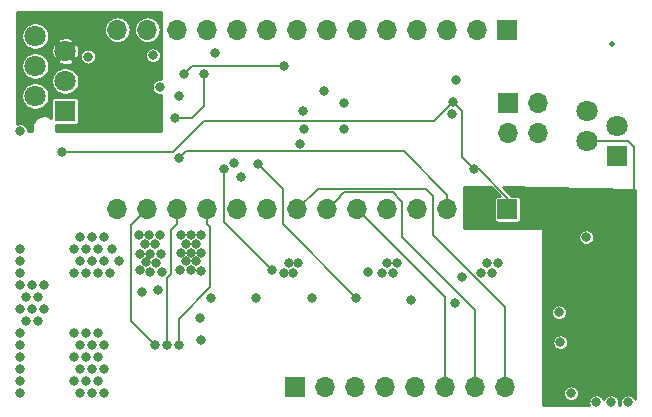
<source format=gbr>
G04 #@! TF.GenerationSoftware,KiCad,Pcbnew,5.1.2-f72e74a~84~ubuntu18.04.1*
G04 #@! TF.CreationDate,2019-09-23T02:40:17+02:00*
G04 #@! TF.ProjectId,board,626f6172-642e-46b6-9963-61645f706362,rev?*
G04 #@! TF.SameCoordinates,Original*
G04 #@! TF.FileFunction,Copper,L3,Inr*
G04 #@! TF.FilePolarity,Positive*
%FSLAX46Y46*%
G04 Gerber Fmt 4.6, Leading zero omitted, Abs format (unit mm)*
G04 Created by KiCad (PCBNEW 5.1.2-f72e74a~84~ubuntu18.04.1) date 2019-09-23 02:40:17*
%MOMM*%
%LPD*%
G04 APERTURE LIST*
%ADD10O,1.700000X1.700000*%
%ADD11R,1.700000X1.700000*%
%ADD12C,1.800000*%
%ADD13R,1.800000X1.800000*%
%ADD14C,0.800000*%
%ADD15C,0.500000*%
%ADD16C,0.152400*%
%ADD17C,0.254000*%
G04 APERTURE END LIST*
D10*
X108798000Y-101836000D03*
X111338000Y-101836000D03*
X113878000Y-101836000D03*
X116418000Y-101836000D03*
X118958000Y-101836000D03*
X121498000Y-101836000D03*
X124038000Y-101836000D03*
X126578000Y-101836000D03*
X129118000Y-101836000D03*
X131658000Y-101836000D03*
X134198000Y-101836000D03*
X136738000Y-101836000D03*
X139278000Y-101836000D03*
D11*
X141818000Y-101836000D03*
X141818000Y-117036000D03*
D10*
X139278000Y-117036000D03*
X136738000Y-117036000D03*
X134198000Y-117036000D03*
X131658000Y-117036000D03*
X129118000Y-117036000D03*
X126578000Y-117036000D03*
X124038000Y-117036000D03*
X121498000Y-117036000D03*
X118958000Y-117036000D03*
X116418000Y-117036000D03*
X113878000Y-117036000D03*
X111338000Y-117036000D03*
X108798000Y-117036000D03*
X141580000Y-132100000D03*
X139040000Y-132100000D03*
X136500000Y-132100000D03*
X133960000Y-132100000D03*
X131420000Y-132100000D03*
X128880000Y-132100000D03*
X126340000Y-132100000D03*
D11*
X123800000Y-132100000D03*
D12*
X101854000Y-102362000D03*
X104394000Y-103632000D03*
D13*
X104394000Y-108712000D03*
D12*
X101854000Y-107442000D03*
X104394000Y-106172000D03*
X101854000Y-104902000D03*
D13*
X151070000Y-112505000D03*
D12*
X148530000Y-111235000D03*
X151070000Y-109965000D03*
X148530000Y-108695000D03*
D11*
X141900000Y-108000000D03*
D10*
X144440000Y-108000000D03*
X141900000Y-110540000D03*
X144440000Y-110540000D03*
D14*
X115800000Y-126200000D03*
X110900000Y-124000000D03*
X112200000Y-123900000D03*
X112600000Y-122300000D03*
X111600000Y-122300000D03*
X110700000Y-122200000D03*
X112100000Y-121600000D03*
X111200000Y-121500000D03*
X112500000Y-120800000D03*
X111600000Y-120800000D03*
X110700000Y-120800000D03*
X112000000Y-120000000D03*
X111100000Y-120000000D03*
X112400000Y-119200000D03*
X111500000Y-119200000D03*
X110600000Y-119200000D03*
X115900000Y-122250000D03*
X115000000Y-122200000D03*
X114100000Y-122200000D03*
X115450000Y-121450000D03*
X114600000Y-121450000D03*
X115850000Y-120700000D03*
X115000000Y-120700000D03*
X114150000Y-120700000D03*
X115450000Y-119950000D03*
X114600000Y-119950000D03*
X115850000Y-119200000D03*
X115000000Y-119200000D03*
X114150000Y-119200000D03*
X107188000Y-122428000D03*
X106680000Y-119380000D03*
X106680000Y-121412000D03*
X107188000Y-120396000D03*
X105664000Y-121412000D03*
X105664000Y-119380000D03*
X108204000Y-122428000D03*
X107696000Y-121412000D03*
X108331000Y-120396000D03*
X107696000Y-119380000D03*
X108966000Y-121412000D03*
X106172000Y-122428000D03*
X106172000Y-120396000D03*
X105156000Y-120396000D03*
X105156000Y-122428000D03*
X107188000Y-127508000D03*
X107188000Y-129540000D03*
X107696000Y-128524000D03*
X107696000Y-130556000D03*
X107188000Y-131572000D03*
X106680000Y-132588000D03*
X105664000Y-132588000D03*
X105156000Y-131572000D03*
X105156000Y-129540000D03*
X105664000Y-130556000D03*
X106172000Y-131572000D03*
X106680000Y-130556000D03*
X106172000Y-129540000D03*
X106680000Y-128524000D03*
X105664000Y-128524000D03*
X106172000Y-127508000D03*
X105156000Y-127508000D03*
X107696000Y-132588000D03*
X126300000Y-107000000D03*
X114000000Y-107400000D03*
X117100000Y-103828600D03*
X148500000Y-119400000D03*
X115900000Y-128100000D03*
X112371400Y-106671400D03*
X106300000Y-104100000D03*
X113700000Y-109300000D03*
X116100000Y-105600000D03*
X114000000Y-112700000D03*
X140500000Y-122400000D03*
X140100000Y-121600000D03*
X141000000Y-121600000D03*
X139600000Y-122400000D03*
X132500000Y-121600000D03*
X131200000Y-122400000D03*
X132100000Y-122400000D03*
X131600000Y-121600000D03*
X122900000Y-122400000D03*
X123700000Y-122400000D03*
X123300000Y-121600000D03*
X124100000Y-121600000D03*
D15*
X150660100Y-103047800D03*
X149863000Y-117248000D03*
X151641000Y-128297000D03*
D14*
X100584000Y-123444000D03*
X101600000Y-123444000D03*
X102616000Y-123444000D03*
X101092000Y-124460000D03*
X102108000Y-124460000D03*
X100584000Y-125476000D03*
X101600000Y-125476000D03*
X102616000Y-125476000D03*
X101092000Y-126492000D03*
X102108000Y-126492000D03*
X100584000Y-127508000D03*
X100584000Y-128524000D03*
X100584000Y-129540000D03*
X100584000Y-130556000D03*
X100584000Y-131572000D03*
X100584000Y-132588000D03*
X100584000Y-122428000D03*
X100584000Y-121412000D03*
X100584000Y-120396000D03*
X137366600Y-125000000D03*
X124500000Y-108749600D03*
X128000000Y-108000000D03*
X138000000Y-122800000D03*
X124600000Y-110200000D03*
X128000000Y-110200000D03*
X130000000Y-122300000D03*
X129000000Y-124500000D03*
X120700000Y-113200000D03*
X119300000Y-114300000D03*
X120500000Y-124500000D03*
X121900000Y-122200000D03*
X117800000Y-113600000D03*
X100577400Y-110400000D03*
X111800000Y-104000000D03*
X114400000Y-105600000D03*
X122900000Y-104900000D03*
D15*
X148339000Y-128551000D03*
D14*
X149800000Y-120709402D03*
X114000000Y-128500000D03*
X113000000Y-128500000D03*
X139000000Y-113600000D03*
X137224999Y-107924999D03*
X104100000Y-112200000D03*
X133700000Y-124700000D03*
X124300000Y-111500000D03*
X125250000Y-124500000D03*
X116750000Y-124500000D03*
X118713188Y-113113188D03*
X146180000Y-125757000D03*
X152022000Y-133377000D03*
X150625000Y-133377000D03*
X149355000Y-133377000D03*
X146307000Y-128297000D03*
X147196000Y-132615000D03*
X137100000Y-109000000D03*
X137500000Y-106100000D03*
X112000000Y-128500000D03*
D16*
X133032682Y-112128601D02*
X119228601Y-112128601D01*
X136738000Y-117036000D02*
X136738000Y-115833919D01*
X136738000Y-115833919D02*
X133032682Y-112128601D01*
X116100000Y-105600000D02*
X116100000Y-108300000D01*
X115100000Y-109300000D02*
X113700000Y-109300000D01*
X116100000Y-108300000D02*
X115100000Y-109300000D01*
X119228601Y-112128601D02*
X114571399Y-112128601D01*
X114571399Y-112128601D02*
X114000000Y-112700000D01*
X122800000Y-118300000D02*
X129000000Y-124500000D01*
X120700000Y-113200000D02*
X122800000Y-115300000D01*
X122800000Y-115300000D02*
X122800000Y-118300000D01*
X117800000Y-113600000D02*
X117800000Y-118100000D01*
X117800000Y-118100000D02*
X121900000Y-122200000D01*
X149863000Y-117248000D02*
X151452000Y-117248000D01*
X151452000Y-117248000D02*
X152500000Y-116200000D01*
X149802792Y-111235000D02*
X148530000Y-111235000D01*
X152500000Y-111723518D02*
X152011482Y-111235000D01*
X152011482Y-111235000D02*
X149802792Y-111235000D01*
X152500000Y-116200000D02*
X152500000Y-111723518D01*
X115869670Y-104900000D02*
X122900000Y-104900000D01*
X114400000Y-105600000D02*
X115100000Y-104900000D01*
X115100000Y-104900000D02*
X115869670Y-104900000D01*
X114000000Y-127934315D02*
X114000000Y-128500000D01*
X114000000Y-126319670D02*
X114000000Y-127934315D01*
X116681001Y-123638669D02*
X114000000Y-126319670D01*
X116681001Y-118501082D02*
X116681001Y-123638669D01*
X116418000Y-118238081D02*
X116681001Y-118501082D01*
X116418000Y-117036000D02*
X116418000Y-118238081D01*
X113878000Y-118238081D02*
X113878000Y-117036000D01*
X113318999Y-118797082D02*
X113878000Y-118238081D01*
X113318999Y-122511331D02*
X113318999Y-118797082D01*
X113000000Y-122830330D02*
X113318999Y-122511331D01*
X113000000Y-128500000D02*
X113000000Y-122830330D01*
X127656601Y-115957399D02*
X127656601Y-115943399D01*
X126578000Y-117036000D02*
X127656601Y-115957399D01*
X127656601Y-115943399D02*
X128000000Y-115600000D01*
X132100000Y-115600000D02*
X132900000Y-116400000D01*
X128000000Y-115600000D02*
X132100000Y-115600000D01*
X132900000Y-116400000D02*
X132900000Y-119400000D01*
X139040000Y-125540000D02*
X139040000Y-132100000D01*
X132900000Y-119400000D02*
X139040000Y-125540000D01*
X125778810Y-115295190D02*
X124038000Y-117036000D01*
X134895190Y-115295190D02*
X125778810Y-115295190D01*
X135500000Y-115900000D02*
X134895190Y-115295190D01*
X135500000Y-119230330D02*
X135500000Y-115900000D01*
X141580000Y-132100000D02*
X141580000Y-125310330D01*
X141580000Y-125310330D02*
X135500000Y-119230330D01*
X136500000Y-124418000D02*
X136500000Y-132100000D01*
X129118000Y-117036000D02*
X136500000Y-124418000D01*
X139384400Y-113600000D02*
X139000000Y-113600000D01*
X141818000Y-117036000D02*
X141818000Y-116033600D01*
X141818000Y-116033600D02*
X139384400Y-113600000D01*
X139000000Y-113600000D02*
X138000000Y-112600000D01*
X138000000Y-108700000D02*
X137224999Y-107924999D01*
X138000000Y-112600000D02*
X138000000Y-108700000D01*
X135578599Y-109571399D02*
X116128601Y-109571399D01*
X137224999Y-107924999D02*
X135578599Y-109571399D01*
X116128601Y-109571399D02*
X113500000Y-112200000D01*
X113500000Y-112200000D02*
X104100000Y-112200000D01*
X111600001Y-128100001D02*
X112000000Y-128500000D01*
X109971399Y-126471399D02*
X111600001Y-128100001D01*
X109971399Y-118402601D02*
X109971399Y-126471399D01*
X111338000Y-117036000D02*
X109971399Y-118402601D01*
D17*
G36*
X112522000Y-106008646D02*
G01*
X112438315Y-105992000D01*
X112304485Y-105992000D01*
X112173226Y-106018109D01*
X112049584Y-106069324D01*
X111938308Y-106143676D01*
X111843676Y-106238308D01*
X111769324Y-106349584D01*
X111718109Y-106473226D01*
X111692000Y-106604485D01*
X111692000Y-106738315D01*
X111718109Y-106869574D01*
X111769324Y-106993216D01*
X111843676Y-107104492D01*
X111938308Y-107199124D01*
X112049584Y-107273476D01*
X112173226Y-107324691D01*
X112304485Y-107350800D01*
X112438315Y-107350800D01*
X112522000Y-107334154D01*
X112522000Y-110363000D01*
X103593691Y-110363000D01*
X103623450Y-110213392D01*
X103623450Y-110010608D01*
X103600007Y-109892751D01*
X105294000Y-109892751D01*
X105348772Y-109887356D01*
X105401439Y-109871380D01*
X105449977Y-109845436D01*
X105492521Y-109810521D01*
X105527436Y-109767977D01*
X105553380Y-109719439D01*
X105569356Y-109666772D01*
X105574751Y-109612000D01*
X105574751Y-107812000D01*
X105569356Y-107757228D01*
X105553380Y-107704561D01*
X105527436Y-107656023D01*
X105492521Y-107613479D01*
X105449977Y-107578564D01*
X105401439Y-107552620D01*
X105348772Y-107536644D01*
X105294000Y-107531249D01*
X103494000Y-107531249D01*
X103439228Y-107536644D01*
X103386561Y-107552620D01*
X103338023Y-107578564D01*
X103295479Y-107613479D01*
X103260564Y-107656023D01*
X103234620Y-107704561D01*
X103218644Y-107757228D01*
X103213249Y-107812000D01*
X103213249Y-109287660D01*
X103081627Y-109199713D01*
X102894279Y-109122111D01*
X102695392Y-109082550D01*
X102492608Y-109082550D01*
X102293721Y-109122111D01*
X102106373Y-109199713D01*
X101937764Y-109312374D01*
X101794374Y-109455764D01*
X101681713Y-109624373D01*
X101604111Y-109811721D01*
X101564550Y-110010608D01*
X101564550Y-110213392D01*
X101594309Y-110363000D01*
X101256800Y-110363000D01*
X101256800Y-110333085D01*
X101230691Y-110201826D01*
X101179476Y-110078184D01*
X101105124Y-109966908D01*
X101010492Y-109872276D01*
X100899216Y-109797924D01*
X100775574Y-109746709D01*
X100644315Y-109720600D01*
X100510485Y-109720600D01*
X100379226Y-109746709D01*
X100304400Y-109777703D01*
X100304400Y-107325839D01*
X100674600Y-107325839D01*
X100674600Y-107558161D01*
X100719923Y-107786018D01*
X100808829Y-108000656D01*
X100937900Y-108193824D01*
X101102176Y-108358100D01*
X101295344Y-108487171D01*
X101509982Y-108576077D01*
X101737839Y-108621400D01*
X101970161Y-108621400D01*
X102198018Y-108576077D01*
X102412656Y-108487171D01*
X102605824Y-108358100D01*
X102770100Y-108193824D01*
X102899171Y-108000656D01*
X102988077Y-107786018D01*
X103033400Y-107558161D01*
X103033400Y-107325839D01*
X102988077Y-107097982D01*
X102899171Y-106883344D01*
X102770100Y-106690176D01*
X102605824Y-106525900D01*
X102412656Y-106396829D01*
X102198018Y-106307923D01*
X101970161Y-106262600D01*
X101737839Y-106262600D01*
X101509982Y-106307923D01*
X101295344Y-106396829D01*
X101102176Y-106525900D01*
X100937900Y-106690176D01*
X100808829Y-106883344D01*
X100719923Y-107097982D01*
X100674600Y-107325839D01*
X100304400Y-107325839D01*
X100304400Y-104785839D01*
X100674600Y-104785839D01*
X100674600Y-105018161D01*
X100719923Y-105246018D01*
X100808829Y-105460656D01*
X100937900Y-105653824D01*
X101102176Y-105818100D01*
X101295344Y-105947171D01*
X101509982Y-106036077D01*
X101737839Y-106081400D01*
X101970161Y-106081400D01*
X102098666Y-106055839D01*
X103214600Y-106055839D01*
X103214600Y-106288161D01*
X103259923Y-106516018D01*
X103348829Y-106730656D01*
X103477900Y-106923824D01*
X103642176Y-107088100D01*
X103835344Y-107217171D01*
X104049982Y-107306077D01*
X104277839Y-107351400D01*
X104510161Y-107351400D01*
X104738018Y-107306077D01*
X104952656Y-107217171D01*
X105145824Y-107088100D01*
X105310100Y-106923824D01*
X105439171Y-106730656D01*
X105528077Y-106516018D01*
X105573400Y-106288161D01*
X105573400Y-106055839D01*
X105528077Y-105827982D01*
X105439171Y-105613344D01*
X105310100Y-105420176D01*
X105145824Y-105255900D01*
X104952656Y-105126829D01*
X104738018Y-105037923D01*
X104510161Y-104992600D01*
X104277839Y-104992600D01*
X104049982Y-105037923D01*
X103835344Y-105126829D01*
X103642176Y-105255900D01*
X103477900Y-105420176D01*
X103348829Y-105613344D01*
X103259923Y-105827982D01*
X103214600Y-106055839D01*
X102098666Y-106055839D01*
X102198018Y-106036077D01*
X102412656Y-105947171D01*
X102605824Y-105818100D01*
X102770100Y-105653824D01*
X102899171Y-105460656D01*
X102988077Y-105246018D01*
X103033400Y-105018161D01*
X103033400Y-104785839D01*
X102988077Y-104557982D01*
X102966247Y-104505278D01*
X103700327Y-104505278D01*
X103804168Y-104659899D01*
X104016034Y-104755218D01*
X104242426Y-104807373D01*
X104474643Y-104814359D01*
X104703760Y-104775907D01*
X104920973Y-104693497D01*
X104983832Y-104659899D01*
X105087673Y-104505278D01*
X104394000Y-103811605D01*
X103700327Y-104505278D01*
X102966247Y-104505278D01*
X102899171Y-104343344D01*
X102770100Y-104150176D01*
X102605824Y-103985900D01*
X102412656Y-103856829D01*
X102198018Y-103767923D01*
X101970161Y-103722600D01*
X101737839Y-103722600D01*
X101509982Y-103767923D01*
X101295344Y-103856829D01*
X101102176Y-103985900D01*
X100937900Y-104150176D01*
X100808829Y-104343344D01*
X100719923Y-104557982D01*
X100674600Y-104785839D01*
X100304400Y-104785839D01*
X100304400Y-103712643D01*
X103211641Y-103712643D01*
X103250093Y-103941760D01*
X103332503Y-104158973D01*
X103366101Y-104221832D01*
X103520722Y-104325673D01*
X104214395Y-103632000D01*
X104573605Y-103632000D01*
X105267278Y-104325673D01*
X105421899Y-104221832D01*
X105506816Y-104033085D01*
X105620600Y-104033085D01*
X105620600Y-104166915D01*
X105646709Y-104298174D01*
X105697924Y-104421816D01*
X105772276Y-104533092D01*
X105866908Y-104627724D01*
X105978184Y-104702076D01*
X106101826Y-104753291D01*
X106233085Y-104779400D01*
X106366915Y-104779400D01*
X106498174Y-104753291D01*
X106621816Y-104702076D01*
X106733092Y-104627724D01*
X106827724Y-104533092D01*
X106902076Y-104421816D01*
X106953291Y-104298174D01*
X106979400Y-104166915D01*
X106979400Y-104033085D01*
X106959509Y-103933085D01*
X111120600Y-103933085D01*
X111120600Y-104066915D01*
X111146709Y-104198174D01*
X111197924Y-104321816D01*
X111272276Y-104433092D01*
X111366908Y-104527724D01*
X111478184Y-104602076D01*
X111601826Y-104653291D01*
X111733085Y-104679400D01*
X111866915Y-104679400D01*
X111998174Y-104653291D01*
X112121816Y-104602076D01*
X112233092Y-104527724D01*
X112327724Y-104433092D01*
X112402076Y-104321816D01*
X112453291Y-104198174D01*
X112479400Y-104066915D01*
X112479400Y-103933085D01*
X112453291Y-103801826D01*
X112402076Y-103678184D01*
X112327724Y-103566908D01*
X112233092Y-103472276D01*
X112121816Y-103397924D01*
X111998174Y-103346709D01*
X111866915Y-103320600D01*
X111733085Y-103320600D01*
X111601826Y-103346709D01*
X111478184Y-103397924D01*
X111366908Y-103472276D01*
X111272276Y-103566908D01*
X111197924Y-103678184D01*
X111146709Y-103801826D01*
X111120600Y-103933085D01*
X106959509Y-103933085D01*
X106953291Y-103901826D01*
X106902076Y-103778184D01*
X106827724Y-103666908D01*
X106733092Y-103572276D01*
X106621816Y-103497924D01*
X106498174Y-103446709D01*
X106366915Y-103420600D01*
X106233085Y-103420600D01*
X106101826Y-103446709D01*
X105978184Y-103497924D01*
X105866908Y-103572276D01*
X105772276Y-103666908D01*
X105697924Y-103778184D01*
X105646709Y-103901826D01*
X105620600Y-104033085D01*
X105506816Y-104033085D01*
X105517218Y-104009966D01*
X105569373Y-103783574D01*
X105576359Y-103551357D01*
X105537907Y-103322240D01*
X105455497Y-103105027D01*
X105421899Y-103042168D01*
X105267278Y-102938327D01*
X104573605Y-103632000D01*
X104214395Y-103632000D01*
X103520722Y-102938327D01*
X103366101Y-103042168D01*
X103270782Y-103254034D01*
X103218627Y-103480426D01*
X103211641Y-103712643D01*
X100304400Y-103712643D01*
X100304400Y-102245839D01*
X100674600Y-102245839D01*
X100674600Y-102478161D01*
X100719923Y-102706018D01*
X100808829Y-102920656D01*
X100937900Y-103113824D01*
X101102176Y-103278100D01*
X101295344Y-103407171D01*
X101509982Y-103496077D01*
X101737839Y-103541400D01*
X101970161Y-103541400D01*
X102198018Y-103496077D01*
X102412656Y-103407171D01*
X102605824Y-103278100D01*
X102770100Y-103113824D01*
X102899171Y-102920656D01*
X102966246Y-102758722D01*
X103700327Y-102758722D01*
X104394000Y-103452395D01*
X105087673Y-102758722D01*
X104983832Y-102604101D01*
X104771966Y-102508782D01*
X104545574Y-102456627D01*
X104313357Y-102449641D01*
X104084240Y-102488093D01*
X103867027Y-102570503D01*
X103804168Y-102604101D01*
X103700327Y-102758722D01*
X102966246Y-102758722D01*
X102988077Y-102706018D01*
X103033400Y-102478161D01*
X103033400Y-102245839D01*
X102988077Y-102017982D01*
X102912698Y-101836000D01*
X107663136Y-101836000D01*
X107684942Y-102057401D01*
X107749522Y-102270294D01*
X107854395Y-102466497D01*
X107995530Y-102638470D01*
X108167503Y-102779605D01*
X108363706Y-102884478D01*
X108576599Y-102949058D01*
X108742523Y-102965400D01*
X108853477Y-102965400D01*
X109019401Y-102949058D01*
X109232294Y-102884478D01*
X109428497Y-102779605D01*
X109600470Y-102638470D01*
X109741605Y-102466497D01*
X109846478Y-102270294D01*
X109911058Y-102057401D01*
X109932864Y-101836000D01*
X110203136Y-101836000D01*
X110224942Y-102057401D01*
X110289522Y-102270294D01*
X110394395Y-102466497D01*
X110535530Y-102638470D01*
X110707503Y-102779605D01*
X110903706Y-102884478D01*
X111116599Y-102949058D01*
X111282523Y-102965400D01*
X111393477Y-102965400D01*
X111559401Y-102949058D01*
X111772294Y-102884478D01*
X111968497Y-102779605D01*
X112140470Y-102638470D01*
X112281605Y-102466497D01*
X112386478Y-102270294D01*
X112451058Y-102057401D01*
X112472864Y-101836000D01*
X112451058Y-101614599D01*
X112386478Y-101401706D01*
X112281605Y-101205503D01*
X112140470Y-101033530D01*
X111968497Y-100892395D01*
X111772294Y-100787522D01*
X111559401Y-100722942D01*
X111393477Y-100706600D01*
X111282523Y-100706600D01*
X111116599Y-100722942D01*
X110903706Y-100787522D01*
X110707503Y-100892395D01*
X110535530Y-101033530D01*
X110394395Y-101205503D01*
X110289522Y-101401706D01*
X110224942Y-101614599D01*
X110203136Y-101836000D01*
X109932864Y-101836000D01*
X109911058Y-101614599D01*
X109846478Y-101401706D01*
X109741605Y-101205503D01*
X109600470Y-101033530D01*
X109428497Y-100892395D01*
X109232294Y-100787522D01*
X109019401Y-100722942D01*
X108853477Y-100706600D01*
X108742523Y-100706600D01*
X108576599Y-100722942D01*
X108363706Y-100787522D01*
X108167503Y-100892395D01*
X107995530Y-101033530D01*
X107854395Y-101205503D01*
X107749522Y-101401706D01*
X107684942Y-101614599D01*
X107663136Y-101836000D01*
X102912698Y-101836000D01*
X102899171Y-101803344D01*
X102770100Y-101610176D01*
X102605824Y-101445900D01*
X102412656Y-101316829D01*
X102198018Y-101227923D01*
X101970161Y-101182600D01*
X101737839Y-101182600D01*
X101509982Y-101227923D01*
X101295344Y-101316829D01*
X101102176Y-101445900D01*
X100937900Y-101610176D01*
X100808829Y-101803344D01*
X100719923Y-102017982D01*
X100674600Y-102245839D01*
X100304400Y-102245839D01*
X100304400Y-100304400D01*
X112522000Y-100304400D01*
X112522000Y-106008646D01*
X112522000Y-106008646D01*
G37*
X112522000Y-106008646D02*
X112438315Y-105992000D01*
X112304485Y-105992000D01*
X112173226Y-106018109D01*
X112049584Y-106069324D01*
X111938308Y-106143676D01*
X111843676Y-106238308D01*
X111769324Y-106349584D01*
X111718109Y-106473226D01*
X111692000Y-106604485D01*
X111692000Y-106738315D01*
X111718109Y-106869574D01*
X111769324Y-106993216D01*
X111843676Y-107104492D01*
X111938308Y-107199124D01*
X112049584Y-107273476D01*
X112173226Y-107324691D01*
X112304485Y-107350800D01*
X112438315Y-107350800D01*
X112522000Y-107334154D01*
X112522000Y-110363000D01*
X103593691Y-110363000D01*
X103623450Y-110213392D01*
X103623450Y-110010608D01*
X103600007Y-109892751D01*
X105294000Y-109892751D01*
X105348772Y-109887356D01*
X105401439Y-109871380D01*
X105449977Y-109845436D01*
X105492521Y-109810521D01*
X105527436Y-109767977D01*
X105553380Y-109719439D01*
X105569356Y-109666772D01*
X105574751Y-109612000D01*
X105574751Y-107812000D01*
X105569356Y-107757228D01*
X105553380Y-107704561D01*
X105527436Y-107656023D01*
X105492521Y-107613479D01*
X105449977Y-107578564D01*
X105401439Y-107552620D01*
X105348772Y-107536644D01*
X105294000Y-107531249D01*
X103494000Y-107531249D01*
X103439228Y-107536644D01*
X103386561Y-107552620D01*
X103338023Y-107578564D01*
X103295479Y-107613479D01*
X103260564Y-107656023D01*
X103234620Y-107704561D01*
X103218644Y-107757228D01*
X103213249Y-107812000D01*
X103213249Y-109287660D01*
X103081627Y-109199713D01*
X102894279Y-109122111D01*
X102695392Y-109082550D01*
X102492608Y-109082550D01*
X102293721Y-109122111D01*
X102106373Y-109199713D01*
X101937764Y-109312374D01*
X101794374Y-109455764D01*
X101681713Y-109624373D01*
X101604111Y-109811721D01*
X101564550Y-110010608D01*
X101564550Y-110213392D01*
X101594309Y-110363000D01*
X101256800Y-110363000D01*
X101256800Y-110333085D01*
X101230691Y-110201826D01*
X101179476Y-110078184D01*
X101105124Y-109966908D01*
X101010492Y-109872276D01*
X100899216Y-109797924D01*
X100775574Y-109746709D01*
X100644315Y-109720600D01*
X100510485Y-109720600D01*
X100379226Y-109746709D01*
X100304400Y-109777703D01*
X100304400Y-107325839D01*
X100674600Y-107325839D01*
X100674600Y-107558161D01*
X100719923Y-107786018D01*
X100808829Y-108000656D01*
X100937900Y-108193824D01*
X101102176Y-108358100D01*
X101295344Y-108487171D01*
X101509982Y-108576077D01*
X101737839Y-108621400D01*
X101970161Y-108621400D01*
X102198018Y-108576077D01*
X102412656Y-108487171D01*
X102605824Y-108358100D01*
X102770100Y-108193824D01*
X102899171Y-108000656D01*
X102988077Y-107786018D01*
X103033400Y-107558161D01*
X103033400Y-107325839D01*
X102988077Y-107097982D01*
X102899171Y-106883344D01*
X102770100Y-106690176D01*
X102605824Y-106525900D01*
X102412656Y-106396829D01*
X102198018Y-106307923D01*
X101970161Y-106262600D01*
X101737839Y-106262600D01*
X101509982Y-106307923D01*
X101295344Y-106396829D01*
X101102176Y-106525900D01*
X100937900Y-106690176D01*
X100808829Y-106883344D01*
X100719923Y-107097982D01*
X100674600Y-107325839D01*
X100304400Y-107325839D01*
X100304400Y-104785839D01*
X100674600Y-104785839D01*
X100674600Y-105018161D01*
X100719923Y-105246018D01*
X100808829Y-105460656D01*
X100937900Y-105653824D01*
X101102176Y-105818100D01*
X101295344Y-105947171D01*
X101509982Y-106036077D01*
X101737839Y-106081400D01*
X101970161Y-106081400D01*
X102098666Y-106055839D01*
X103214600Y-106055839D01*
X103214600Y-106288161D01*
X103259923Y-106516018D01*
X103348829Y-106730656D01*
X103477900Y-106923824D01*
X103642176Y-107088100D01*
X103835344Y-107217171D01*
X104049982Y-107306077D01*
X104277839Y-107351400D01*
X104510161Y-107351400D01*
X104738018Y-107306077D01*
X104952656Y-107217171D01*
X105145824Y-107088100D01*
X105310100Y-106923824D01*
X105439171Y-106730656D01*
X105528077Y-106516018D01*
X105573400Y-106288161D01*
X105573400Y-106055839D01*
X105528077Y-105827982D01*
X105439171Y-105613344D01*
X105310100Y-105420176D01*
X105145824Y-105255900D01*
X104952656Y-105126829D01*
X104738018Y-105037923D01*
X104510161Y-104992600D01*
X104277839Y-104992600D01*
X104049982Y-105037923D01*
X103835344Y-105126829D01*
X103642176Y-105255900D01*
X103477900Y-105420176D01*
X103348829Y-105613344D01*
X103259923Y-105827982D01*
X103214600Y-106055839D01*
X102098666Y-106055839D01*
X102198018Y-106036077D01*
X102412656Y-105947171D01*
X102605824Y-105818100D01*
X102770100Y-105653824D01*
X102899171Y-105460656D01*
X102988077Y-105246018D01*
X103033400Y-105018161D01*
X103033400Y-104785839D01*
X102988077Y-104557982D01*
X102966247Y-104505278D01*
X103700327Y-104505278D01*
X103804168Y-104659899D01*
X104016034Y-104755218D01*
X104242426Y-104807373D01*
X104474643Y-104814359D01*
X104703760Y-104775907D01*
X104920973Y-104693497D01*
X104983832Y-104659899D01*
X105087673Y-104505278D01*
X104394000Y-103811605D01*
X103700327Y-104505278D01*
X102966247Y-104505278D01*
X102899171Y-104343344D01*
X102770100Y-104150176D01*
X102605824Y-103985900D01*
X102412656Y-103856829D01*
X102198018Y-103767923D01*
X101970161Y-103722600D01*
X101737839Y-103722600D01*
X101509982Y-103767923D01*
X101295344Y-103856829D01*
X101102176Y-103985900D01*
X100937900Y-104150176D01*
X100808829Y-104343344D01*
X100719923Y-104557982D01*
X100674600Y-104785839D01*
X100304400Y-104785839D01*
X100304400Y-103712643D01*
X103211641Y-103712643D01*
X103250093Y-103941760D01*
X103332503Y-104158973D01*
X103366101Y-104221832D01*
X103520722Y-104325673D01*
X104214395Y-103632000D01*
X104573605Y-103632000D01*
X105267278Y-104325673D01*
X105421899Y-104221832D01*
X105506816Y-104033085D01*
X105620600Y-104033085D01*
X105620600Y-104166915D01*
X105646709Y-104298174D01*
X105697924Y-104421816D01*
X105772276Y-104533092D01*
X105866908Y-104627724D01*
X105978184Y-104702076D01*
X106101826Y-104753291D01*
X106233085Y-104779400D01*
X106366915Y-104779400D01*
X106498174Y-104753291D01*
X106621816Y-104702076D01*
X106733092Y-104627724D01*
X106827724Y-104533092D01*
X106902076Y-104421816D01*
X106953291Y-104298174D01*
X106979400Y-104166915D01*
X106979400Y-104033085D01*
X106959509Y-103933085D01*
X111120600Y-103933085D01*
X111120600Y-104066915D01*
X111146709Y-104198174D01*
X111197924Y-104321816D01*
X111272276Y-104433092D01*
X111366908Y-104527724D01*
X111478184Y-104602076D01*
X111601826Y-104653291D01*
X111733085Y-104679400D01*
X111866915Y-104679400D01*
X111998174Y-104653291D01*
X112121816Y-104602076D01*
X112233092Y-104527724D01*
X112327724Y-104433092D01*
X112402076Y-104321816D01*
X112453291Y-104198174D01*
X112479400Y-104066915D01*
X112479400Y-103933085D01*
X112453291Y-103801826D01*
X112402076Y-103678184D01*
X112327724Y-103566908D01*
X112233092Y-103472276D01*
X112121816Y-103397924D01*
X111998174Y-103346709D01*
X111866915Y-103320600D01*
X111733085Y-103320600D01*
X111601826Y-103346709D01*
X111478184Y-103397924D01*
X111366908Y-103472276D01*
X111272276Y-103566908D01*
X111197924Y-103678184D01*
X111146709Y-103801826D01*
X111120600Y-103933085D01*
X106959509Y-103933085D01*
X106953291Y-103901826D01*
X106902076Y-103778184D01*
X106827724Y-103666908D01*
X106733092Y-103572276D01*
X106621816Y-103497924D01*
X106498174Y-103446709D01*
X106366915Y-103420600D01*
X106233085Y-103420600D01*
X106101826Y-103446709D01*
X105978184Y-103497924D01*
X105866908Y-103572276D01*
X105772276Y-103666908D01*
X105697924Y-103778184D01*
X105646709Y-103901826D01*
X105620600Y-104033085D01*
X105506816Y-104033085D01*
X105517218Y-104009966D01*
X105569373Y-103783574D01*
X105576359Y-103551357D01*
X105537907Y-103322240D01*
X105455497Y-103105027D01*
X105421899Y-103042168D01*
X105267278Y-102938327D01*
X104573605Y-103632000D01*
X104214395Y-103632000D01*
X103520722Y-102938327D01*
X103366101Y-103042168D01*
X103270782Y-103254034D01*
X103218627Y-103480426D01*
X103211641Y-103712643D01*
X100304400Y-103712643D01*
X100304400Y-102245839D01*
X100674600Y-102245839D01*
X100674600Y-102478161D01*
X100719923Y-102706018D01*
X100808829Y-102920656D01*
X100937900Y-103113824D01*
X101102176Y-103278100D01*
X101295344Y-103407171D01*
X101509982Y-103496077D01*
X101737839Y-103541400D01*
X101970161Y-103541400D01*
X102198018Y-103496077D01*
X102412656Y-103407171D01*
X102605824Y-103278100D01*
X102770100Y-103113824D01*
X102899171Y-102920656D01*
X102966246Y-102758722D01*
X103700327Y-102758722D01*
X104394000Y-103452395D01*
X105087673Y-102758722D01*
X104983832Y-102604101D01*
X104771966Y-102508782D01*
X104545574Y-102456627D01*
X104313357Y-102449641D01*
X104084240Y-102488093D01*
X103867027Y-102570503D01*
X103804168Y-102604101D01*
X103700327Y-102758722D01*
X102966246Y-102758722D01*
X102988077Y-102706018D01*
X103033400Y-102478161D01*
X103033400Y-102245839D01*
X102988077Y-102017982D01*
X102912698Y-101836000D01*
X107663136Y-101836000D01*
X107684942Y-102057401D01*
X107749522Y-102270294D01*
X107854395Y-102466497D01*
X107995530Y-102638470D01*
X108167503Y-102779605D01*
X108363706Y-102884478D01*
X108576599Y-102949058D01*
X108742523Y-102965400D01*
X108853477Y-102965400D01*
X109019401Y-102949058D01*
X109232294Y-102884478D01*
X109428497Y-102779605D01*
X109600470Y-102638470D01*
X109741605Y-102466497D01*
X109846478Y-102270294D01*
X109911058Y-102057401D01*
X109932864Y-101836000D01*
X110203136Y-101836000D01*
X110224942Y-102057401D01*
X110289522Y-102270294D01*
X110394395Y-102466497D01*
X110535530Y-102638470D01*
X110707503Y-102779605D01*
X110903706Y-102884478D01*
X111116599Y-102949058D01*
X111282523Y-102965400D01*
X111393477Y-102965400D01*
X111559401Y-102949058D01*
X111772294Y-102884478D01*
X111968497Y-102779605D01*
X112140470Y-102638470D01*
X112281605Y-102466497D01*
X112386478Y-102270294D01*
X112451058Y-102057401D01*
X112472864Y-101836000D01*
X112451058Y-101614599D01*
X112386478Y-101401706D01*
X112281605Y-101205503D01*
X112140470Y-101033530D01*
X111968497Y-100892395D01*
X111772294Y-100787522D01*
X111559401Y-100722942D01*
X111393477Y-100706600D01*
X111282523Y-100706600D01*
X111116599Y-100722942D01*
X110903706Y-100787522D01*
X110707503Y-100892395D01*
X110535530Y-101033530D01*
X110394395Y-101205503D01*
X110289522Y-101401706D01*
X110224942Y-101614599D01*
X110203136Y-101836000D01*
X109932864Y-101836000D01*
X109911058Y-101614599D01*
X109846478Y-101401706D01*
X109741605Y-101205503D01*
X109600470Y-101033530D01*
X109428497Y-100892395D01*
X109232294Y-100787522D01*
X109019401Y-100722942D01*
X108853477Y-100706600D01*
X108742523Y-100706600D01*
X108576599Y-100722942D01*
X108363706Y-100787522D01*
X108167503Y-100892395D01*
X107995530Y-101033530D01*
X107854395Y-101205503D01*
X107749522Y-101401706D01*
X107684942Y-101614599D01*
X107663136Y-101836000D01*
X102912698Y-101836000D01*
X102899171Y-101803344D01*
X102770100Y-101610176D01*
X102605824Y-101445900D01*
X102412656Y-101316829D01*
X102198018Y-101227923D01*
X101970161Y-101182600D01*
X101737839Y-101182600D01*
X101509982Y-101227923D01*
X101295344Y-101316829D01*
X101102176Y-101445900D01*
X100937900Y-101610176D01*
X100808829Y-101803344D01*
X100719923Y-102017982D01*
X100674600Y-102245839D01*
X100304400Y-102245839D01*
X100304400Y-100304400D01*
X112522000Y-100304400D01*
X112522000Y-106008646D01*
G36*
X140450050Y-115168545D02*
G01*
X141186754Y-115905249D01*
X140968000Y-115905249D01*
X140913228Y-115910644D01*
X140860561Y-115926620D01*
X140812023Y-115952564D01*
X140769479Y-115987479D01*
X140734564Y-116030023D01*
X140708620Y-116078561D01*
X140692644Y-116131228D01*
X140687249Y-116186000D01*
X140687249Y-117886000D01*
X140692644Y-117940772D01*
X140708620Y-117993439D01*
X140734564Y-118041977D01*
X140769479Y-118084521D01*
X140812023Y-118119436D01*
X140860561Y-118145380D01*
X140913228Y-118161356D01*
X140968000Y-118166751D01*
X142668000Y-118166751D01*
X142722772Y-118161356D01*
X142775439Y-118145380D01*
X142823977Y-118119436D01*
X142866521Y-118084521D01*
X142901436Y-118041977D01*
X142927380Y-117993439D01*
X142943356Y-117940772D01*
X142948751Y-117886000D01*
X142948751Y-116186000D01*
X142943356Y-116131228D01*
X142927380Y-116078561D01*
X142901436Y-116030023D01*
X142866521Y-115987479D01*
X142823977Y-115952564D01*
X142775439Y-115926620D01*
X142722772Y-115910644D01*
X142668000Y-115905249D01*
X142150666Y-115905249D01*
X142148121Y-115896860D01*
X142115101Y-115835084D01*
X142109844Y-115828678D01*
X142081795Y-115794500D01*
X142081790Y-115794495D01*
X142070663Y-115780937D01*
X142057105Y-115769810D01*
X141473180Y-115185886D01*
X152623000Y-115374866D01*
X152623000Y-133053574D01*
X152549724Y-132943908D01*
X152455092Y-132849276D01*
X152343816Y-132774924D01*
X152220174Y-132723709D01*
X152088915Y-132697600D01*
X151955085Y-132697600D01*
X151823826Y-132723709D01*
X151700184Y-132774924D01*
X151588908Y-132849276D01*
X151494276Y-132943908D01*
X151419924Y-133055184D01*
X151368709Y-133178826D01*
X151342600Y-133310085D01*
X151342600Y-133443915D01*
X151368709Y-133575174D01*
X151388519Y-133623000D01*
X151258481Y-133623000D01*
X151278291Y-133575174D01*
X151304400Y-133443915D01*
X151304400Y-133310085D01*
X151278291Y-133178826D01*
X151227076Y-133055184D01*
X151152724Y-132943908D01*
X151058092Y-132849276D01*
X150946816Y-132774924D01*
X150823174Y-132723709D01*
X150691915Y-132697600D01*
X150558085Y-132697600D01*
X150426826Y-132723709D01*
X150303184Y-132774924D01*
X150191908Y-132849276D01*
X150097276Y-132943908D01*
X150022924Y-133055184D01*
X149990000Y-133134668D01*
X149957076Y-133055184D01*
X149882724Y-132943908D01*
X149788092Y-132849276D01*
X149676816Y-132774924D01*
X149553174Y-132723709D01*
X149421915Y-132697600D01*
X149288085Y-132697600D01*
X149156826Y-132723709D01*
X149033184Y-132774924D01*
X148921908Y-132849276D01*
X148827276Y-132943908D01*
X148752924Y-133055184D01*
X148701709Y-133178826D01*
X148675600Y-133310085D01*
X148675600Y-133443915D01*
X148701709Y-133575174D01*
X148721519Y-133623000D01*
X144877000Y-133623000D01*
X144877000Y-132548085D01*
X146516600Y-132548085D01*
X146516600Y-132681915D01*
X146542709Y-132813174D01*
X146593924Y-132936816D01*
X146668276Y-133048092D01*
X146762908Y-133142724D01*
X146874184Y-133217076D01*
X146997826Y-133268291D01*
X147129085Y-133294400D01*
X147262915Y-133294400D01*
X147394174Y-133268291D01*
X147517816Y-133217076D01*
X147629092Y-133142724D01*
X147723724Y-133048092D01*
X147798076Y-132936816D01*
X147849291Y-132813174D01*
X147875400Y-132681915D01*
X147875400Y-132548085D01*
X147849291Y-132416826D01*
X147798076Y-132293184D01*
X147723724Y-132181908D01*
X147629092Y-132087276D01*
X147517816Y-132012924D01*
X147394174Y-131961709D01*
X147262915Y-131935600D01*
X147129085Y-131935600D01*
X146997826Y-131961709D01*
X146874184Y-132012924D01*
X146762908Y-132087276D01*
X146668276Y-132181908D01*
X146593924Y-132293184D01*
X146542709Y-132416826D01*
X146516600Y-132548085D01*
X144877000Y-132548085D01*
X144877000Y-128230085D01*
X145627600Y-128230085D01*
X145627600Y-128363915D01*
X145653709Y-128495174D01*
X145704924Y-128618816D01*
X145779276Y-128730092D01*
X145873908Y-128824724D01*
X145985184Y-128899076D01*
X146108826Y-128950291D01*
X146240085Y-128976400D01*
X146373915Y-128976400D01*
X146505174Y-128950291D01*
X146628816Y-128899076D01*
X146740092Y-128824724D01*
X146834724Y-128730092D01*
X146909076Y-128618816D01*
X146960291Y-128495174D01*
X146986400Y-128363915D01*
X146986400Y-128230085D01*
X146960291Y-128098826D01*
X146909076Y-127975184D01*
X146834724Y-127863908D01*
X146740092Y-127769276D01*
X146628816Y-127694924D01*
X146505174Y-127643709D01*
X146373915Y-127617600D01*
X146240085Y-127617600D01*
X146108826Y-127643709D01*
X145985184Y-127694924D01*
X145873908Y-127769276D01*
X145779276Y-127863908D01*
X145704924Y-127975184D01*
X145653709Y-128098826D01*
X145627600Y-128230085D01*
X144877000Y-128230085D01*
X144877000Y-125690085D01*
X145500600Y-125690085D01*
X145500600Y-125823915D01*
X145526709Y-125955174D01*
X145577924Y-126078816D01*
X145652276Y-126190092D01*
X145746908Y-126284724D01*
X145858184Y-126359076D01*
X145981826Y-126410291D01*
X146113085Y-126436400D01*
X146246915Y-126436400D01*
X146378174Y-126410291D01*
X146501816Y-126359076D01*
X146613092Y-126284724D01*
X146707724Y-126190092D01*
X146782076Y-126078816D01*
X146833291Y-125955174D01*
X146859400Y-125823915D01*
X146859400Y-125690085D01*
X146833291Y-125558826D01*
X146782076Y-125435184D01*
X146707724Y-125323908D01*
X146613092Y-125229276D01*
X146501816Y-125154924D01*
X146378174Y-125103709D01*
X146246915Y-125077600D01*
X146113085Y-125077600D01*
X145981826Y-125103709D01*
X145858184Y-125154924D01*
X145746908Y-125229276D01*
X145652276Y-125323908D01*
X145577924Y-125435184D01*
X145526709Y-125558826D01*
X145500600Y-125690085D01*
X144877000Y-125690085D01*
X144877000Y-119333085D01*
X147820600Y-119333085D01*
X147820600Y-119466915D01*
X147846709Y-119598174D01*
X147897924Y-119721816D01*
X147972276Y-119833092D01*
X148066908Y-119927724D01*
X148178184Y-120002076D01*
X148301826Y-120053291D01*
X148433085Y-120079400D01*
X148566915Y-120079400D01*
X148698174Y-120053291D01*
X148821816Y-120002076D01*
X148933092Y-119927724D01*
X149027724Y-119833092D01*
X149102076Y-119721816D01*
X149153291Y-119598174D01*
X149179400Y-119466915D01*
X149179400Y-119333085D01*
X149153291Y-119201826D01*
X149102076Y-119078184D01*
X149027724Y-118966908D01*
X148933092Y-118872276D01*
X148821816Y-118797924D01*
X148698174Y-118746709D01*
X148566915Y-118720600D01*
X148433085Y-118720600D01*
X148301826Y-118746709D01*
X148178184Y-118797924D01*
X148066908Y-118872276D01*
X147972276Y-118966908D01*
X147897924Y-119078184D01*
X147846709Y-119201826D01*
X147820600Y-119333085D01*
X144877000Y-119333085D01*
X144877000Y-118750000D01*
X144874560Y-118725224D01*
X144867333Y-118701399D01*
X144855597Y-118679443D01*
X144839803Y-118660197D01*
X144820557Y-118644403D01*
X144798601Y-118632667D01*
X144774776Y-118625440D01*
X144750000Y-118623000D01*
X138127000Y-118623000D01*
X138127000Y-115129171D01*
X140450050Y-115168545D01*
X140450050Y-115168545D01*
G37*
X140450050Y-115168545D02*
X141186754Y-115905249D01*
X140968000Y-115905249D01*
X140913228Y-115910644D01*
X140860561Y-115926620D01*
X140812023Y-115952564D01*
X140769479Y-115987479D01*
X140734564Y-116030023D01*
X140708620Y-116078561D01*
X140692644Y-116131228D01*
X140687249Y-116186000D01*
X140687249Y-117886000D01*
X140692644Y-117940772D01*
X140708620Y-117993439D01*
X140734564Y-118041977D01*
X140769479Y-118084521D01*
X140812023Y-118119436D01*
X140860561Y-118145380D01*
X140913228Y-118161356D01*
X140968000Y-118166751D01*
X142668000Y-118166751D01*
X142722772Y-118161356D01*
X142775439Y-118145380D01*
X142823977Y-118119436D01*
X142866521Y-118084521D01*
X142901436Y-118041977D01*
X142927380Y-117993439D01*
X142943356Y-117940772D01*
X142948751Y-117886000D01*
X142948751Y-116186000D01*
X142943356Y-116131228D01*
X142927380Y-116078561D01*
X142901436Y-116030023D01*
X142866521Y-115987479D01*
X142823977Y-115952564D01*
X142775439Y-115926620D01*
X142722772Y-115910644D01*
X142668000Y-115905249D01*
X142150666Y-115905249D01*
X142148121Y-115896860D01*
X142115101Y-115835084D01*
X142109844Y-115828678D01*
X142081795Y-115794500D01*
X142081790Y-115794495D01*
X142070663Y-115780937D01*
X142057105Y-115769810D01*
X141473180Y-115185886D01*
X152623000Y-115374866D01*
X152623000Y-133053574D01*
X152549724Y-132943908D01*
X152455092Y-132849276D01*
X152343816Y-132774924D01*
X152220174Y-132723709D01*
X152088915Y-132697600D01*
X151955085Y-132697600D01*
X151823826Y-132723709D01*
X151700184Y-132774924D01*
X151588908Y-132849276D01*
X151494276Y-132943908D01*
X151419924Y-133055184D01*
X151368709Y-133178826D01*
X151342600Y-133310085D01*
X151342600Y-133443915D01*
X151368709Y-133575174D01*
X151388519Y-133623000D01*
X151258481Y-133623000D01*
X151278291Y-133575174D01*
X151304400Y-133443915D01*
X151304400Y-133310085D01*
X151278291Y-133178826D01*
X151227076Y-133055184D01*
X151152724Y-132943908D01*
X151058092Y-132849276D01*
X150946816Y-132774924D01*
X150823174Y-132723709D01*
X150691915Y-132697600D01*
X150558085Y-132697600D01*
X150426826Y-132723709D01*
X150303184Y-132774924D01*
X150191908Y-132849276D01*
X150097276Y-132943908D01*
X150022924Y-133055184D01*
X149990000Y-133134668D01*
X149957076Y-133055184D01*
X149882724Y-132943908D01*
X149788092Y-132849276D01*
X149676816Y-132774924D01*
X149553174Y-132723709D01*
X149421915Y-132697600D01*
X149288085Y-132697600D01*
X149156826Y-132723709D01*
X149033184Y-132774924D01*
X148921908Y-132849276D01*
X148827276Y-132943908D01*
X148752924Y-133055184D01*
X148701709Y-133178826D01*
X148675600Y-133310085D01*
X148675600Y-133443915D01*
X148701709Y-133575174D01*
X148721519Y-133623000D01*
X144877000Y-133623000D01*
X144877000Y-132548085D01*
X146516600Y-132548085D01*
X146516600Y-132681915D01*
X146542709Y-132813174D01*
X146593924Y-132936816D01*
X146668276Y-133048092D01*
X146762908Y-133142724D01*
X146874184Y-133217076D01*
X146997826Y-133268291D01*
X147129085Y-133294400D01*
X147262915Y-133294400D01*
X147394174Y-133268291D01*
X147517816Y-133217076D01*
X147629092Y-133142724D01*
X147723724Y-133048092D01*
X147798076Y-132936816D01*
X147849291Y-132813174D01*
X147875400Y-132681915D01*
X147875400Y-132548085D01*
X147849291Y-132416826D01*
X147798076Y-132293184D01*
X147723724Y-132181908D01*
X147629092Y-132087276D01*
X147517816Y-132012924D01*
X147394174Y-131961709D01*
X147262915Y-131935600D01*
X147129085Y-131935600D01*
X146997826Y-131961709D01*
X146874184Y-132012924D01*
X146762908Y-132087276D01*
X146668276Y-132181908D01*
X146593924Y-132293184D01*
X146542709Y-132416826D01*
X146516600Y-132548085D01*
X144877000Y-132548085D01*
X144877000Y-128230085D01*
X145627600Y-128230085D01*
X145627600Y-128363915D01*
X145653709Y-128495174D01*
X145704924Y-128618816D01*
X145779276Y-128730092D01*
X145873908Y-128824724D01*
X145985184Y-128899076D01*
X146108826Y-128950291D01*
X146240085Y-128976400D01*
X146373915Y-128976400D01*
X146505174Y-128950291D01*
X146628816Y-128899076D01*
X146740092Y-128824724D01*
X146834724Y-128730092D01*
X146909076Y-128618816D01*
X146960291Y-128495174D01*
X146986400Y-128363915D01*
X146986400Y-128230085D01*
X146960291Y-128098826D01*
X146909076Y-127975184D01*
X146834724Y-127863908D01*
X146740092Y-127769276D01*
X146628816Y-127694924D01*
X146505174Y-127643709D01*
X146373915Y-127617600D01*
X146240085Y-127617600D01*
X146108826Y-127643709D01*
X145985184Y-127694924D01*
X145873908Y-127769276D01*
X145779276Y-127863908D01*
X145704924Y-127975184D01*
X145653709Y-128098826D01*
X145627600Y-128230085D01*
X144877000Y-128230085D01*
X144877000Y-125690085D01*
X145500600Y-125690085D01*
X145500600Y-125823915D01*
X145526709Y-125955174D01*
X145577924Y-126078816D01*
X145652276Y-126190092D01*
X145746908Y-126284724D01*
X145858184Y-126359076D01*
X145981826Y-126410291D01*
X146113085Y-126436400D01*
X146246915Y-126436400D01*
X146378174Y-126410291D01*
X146501816Y-126359076D01*
X146613092Y-126284724D01*
X146707724Y-126190092D01*
X146782076Y-126078816D01*
X146833291Y-125955174D01*
X146859400Y-125823915D01*
X146859400Y-125690085D01*
X146833291Y-125558826D01*
X146782076Y-125435184D01*
X146707724Y-125323908D01*
X146613092Y-125229276D01*
X146501816Y-125154924D01*
X146378174Y-125103709D01*
X146246915Y-125077600D01*
X146113085Y-125077600D01*
X145981826Y-125103709D01*
X145858184Y-125154924D01*
X145746908Y-125229276D01*
X145652276Y-125323908D01*
X145577924Y-125435184D01*
X145526709Y-125558826D01*
X145500600Y-125690085D01*
X144877000Y-125690085D01*
X144877000Y-119333085D01*
X147820600Y-119333085D01*
X147820600Y-119466915D01*
X147846709Y-119598174D01*
X147897924Y-119721816D01*
X147972276Y-119833092D01*
X148066908Y-119927724D01*
X148178184Y-120002076D01*
X148301826Y-120053291D01*
X148433085Y-120079400D01*
X148566915Y-120079400D01*
X148698174Y-120053291D01*
X148821816Y-120002076D01*
X148933092Y-119927724D01*
X149027724Y-119833092D01*
X149102076Y-119721816D01*
X149153291Y-119598174D01*
X149179400Y-119466915D01*
X149179400Y-119333085D01*
X149153291Y-119201826D01*
X149102076Y-119078184D01*
X149027724Y-118966908D01*
X148933092Y-118872276D01*
X148821816Y-118797924D01*
X148698174Y-118746709D01*
X148566915Y-118720600D01*
X148433085Y-118720600D01*
X148301826Y-118746709D01*
X148178184Y-118797924D01*
X148066908Y-118872276D01*
X147972276Y-118966908D01*
X147897924Y-119078184D01*
X147846709Y-119201826D01*
X147820600Y-119333085D01*
X144877000Y-119333085D01*
X144877000Y-118750000D01*
X144874560Y-118725224D01*
X144867333Y-118701399D01*
X144855597Y-118679443D01*
X144839803Y-118660197D01*
X144820557Y-118644403D01*
X144798601Y-118632667D01*
X144774776Y-118625440D01*
X144750000Y-118623000D01*
X138127000Y-118623000D01*
X138127000Y-115129171D01*
X140450050Y-115168545D01*
M02*

</source>
